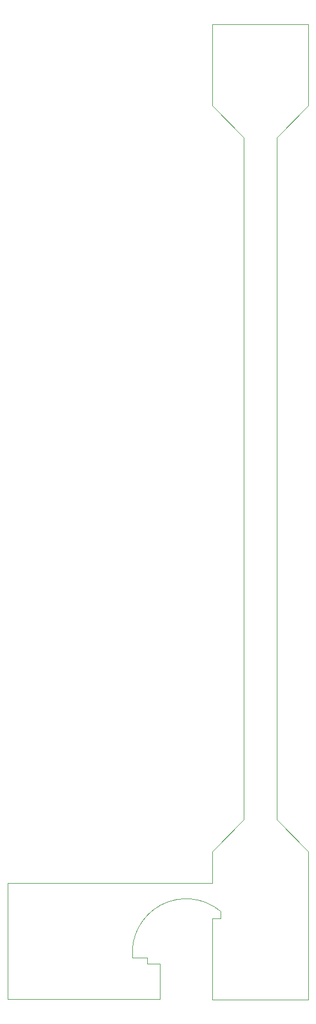
<source format=gbr>
%TF.GenerationSoftware,KiCad,Pcbnew,(5.1.9-0-10_14)*%
%TF.CreationDate,2021-11-23T16:28:05+01:00*%
%TF.ProjectId,leo_headphones,6c656f5f-6865-4616-9470-686f6e65732e,rev?*%
%TF.SameCoordinates,Original*%
%TF.FileFunction,Profile,NP*%
%FSLAX46Y46*%
G04 Gerber Fmt 4.6, Leading zero omitted, Abs format (unit mm)*
G04 Created by KiCad (PCBNEW (5.1.9-0-10_14)) date 2021-11-23 16:28:05*
%MOMM*%
%LPD*%
G01*
G04 APERTURE LIST*
%TA.AperFunction,Profile*%
%ADD10C,0.050000*%
%TD*%
G04 APERTURE END LIST*
D10*
X158170880Y14250920D02*
X163073080Y9348720D01*
X172974000Y14250920D02*
X168071800Y9347200D01*
X172974000Y26705560D02*
X172974000Y14250920D01*
X158170880Y26705560D02*
X158170880Y14250920D01*
X168071800Y-95102680D02*
X168071800Y9347200D01*
X163073080Y-95097600D02*
X163073080Y9348720D01*
X158170880Y-100000000D02*
X163073080Y-95097600D01*
X172974000Y-100000000D02*
X168071800Y-95102680D01*
X172974000Y-122666760D02*
X158242000Y-122666760D01*
X172974000Y-100000000D02*
X172974000Y-122666760D01*
X158170880Y26705560D02*
X172974000Y26705560D01*
X158170880Y-104825800D02*
X158170880Y-100000000D01*
X126791720Y-104825800D02*
X158170880Y-104825800D01*
X126791720Y-122651520D02*
X126791720Y-104825800D01*
X150139400Y-122651520D02*
X126791720Y-122651520D01*
X150139400Y-117236240D02*
X150139400Y-122651520D01*
X148229320Y-117236240D02*
X150139400Y-117236240D01*
X148229320Y-117236240D02*
X148229320Y-116301520D01*
X148229320Y-116301520D02*
X145961627Y-116296591D01*
X145961627Y-116296591D02*
G75*
G02*
X159435799Y-109118401I8221453J802791D01*
G01*
X159435800Y-110236000D02*
X159435799Y-109118401D01*
X158242000Y-110236000D02*
X159435800Y-110236000D01*
X158242000Y-122666760D02*
X158242000Y-110236000D01*
M02*

</source>
